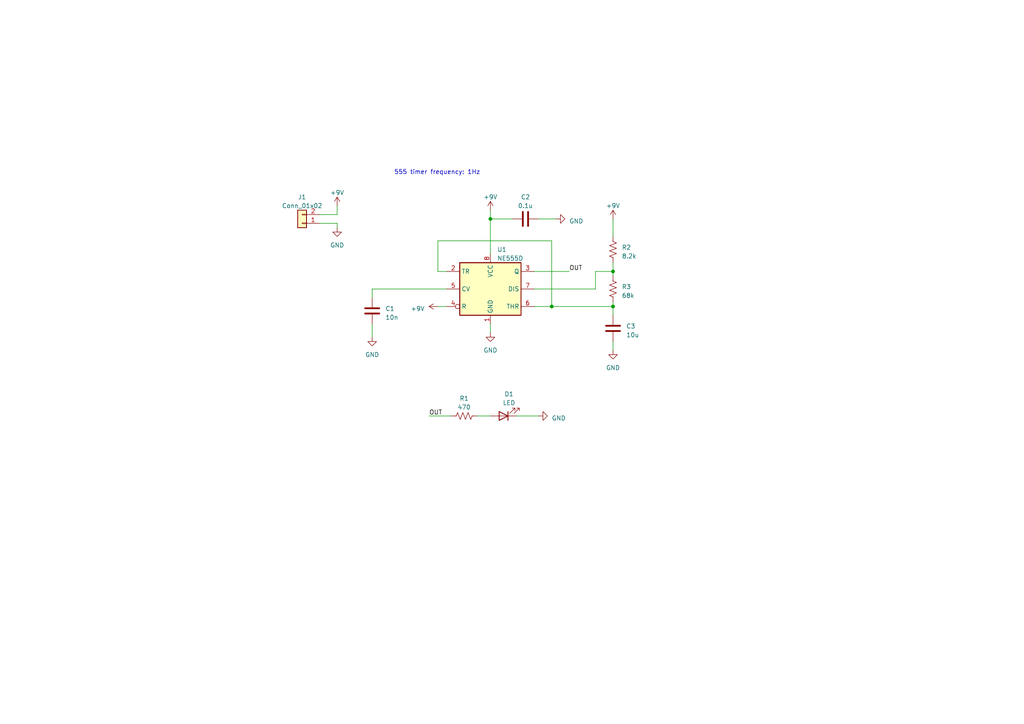
<source format=kicad_sch>
(kicad_sch (version 20230121) (generator eeschema)
  (paper "A4")
  (lib_symbols
    (symbol "Connector_Generic:Conn_01x02" (pin_names (offset 1.016) hide)
      (property "Reference" "J" (at 0 2.54 0))
      (property "Value" "Conn_01x02" (at 0 -5.08 0))
      (symbol "Conn_01x02_1_1"
        (rectangle (start -1.27 -2.413) (end 0 -2.667) (stroke (width 0.1524)))
        (rectangle (start -1.27 0.127) (end 0 -0.127) (stroke (width 0.1524)))
        (rectangle (start -1.27 1.27) (end 1.27 -3.81) (stroke (width 0.254)) (fill (type background)))
        (pin passive line (at -5.08 0 0) (length 3.81) (name "Pin_1") (number "1"))
        (pin passive line (at -5.08 -2.54 0) (length 3.81) (name "Pin_2") (number "2"))
      )
    )
    (symbol "Device:C" (pin_numbers hide) (pin_names (offset 0.254))
      (property "Reference" "C" (at 0.635 2.54 0))
      (property "Value" "C" (at 0.635 -2.54 0))
      (symbol "C_0_1"
        (polyline (pts (xy -2.032 -0.762) (xy 2.032 -0.762)) (stroke (width 0.508)))
        (polyline (pts (xy -2.032 0.762) (xy 2.032 0.762)) (stroke (width 0.508)))
      )
      (symbol "C_1_1"
        (pin passive line (at 0 3.81 270) (length 2.794) (name "~") (number "1"))
        (pin passive line (at 0 -3.81 90) (length 2.794) (name "~") (number "2"))
      )
    )
    (symbol "Device:LED" (pin_numbers hide) (pin_names (offset 1.016) hide)
      (property "Reference" "D" (at 0 2.54 0))
      (property "Value" "LED" (at 0 -2.54 0))
      (symbol "LED_0_1"
        (polyline (pts (xy -1.27 -1.27) (xy -1.27 1.27)) (stroke (width 0.254)))
        (polyline (pts (xy -1.27 0) (xy 1.27 0)))
        (polyline (pts (xy 1.27 -1.27) (xy 1.27 1.27) (xy -1.27 0) (xy 1.27 -1.27)) (stroke (width 0.254)))
        (polyline (pts (xy -3.048 -0.762) (xy -4.572 -2.286) (xy -3.81 -2.286) (xy -4.572 -2.286) (xy -4.572 -1.524)))
        (polyline (pts (xy -1.778 -0.762) (xy -3.302 -2.286) (xy -2.54 -2.286) (xy -3.302 -2.286) (xy -3.302 -1.524)))
      )
      (symbol "LED_1_1"
        (pin passive line (at -3.81 0 0) (length 2.54) (name "K") (number "1"))
        (pin passive line (at 3.81 0 180) (length 2.54) (name "A") (number "2"))
      )
    )
    (symbol "Device:R_US" (pin_numbers hide) (pin_names (offset 0))
      (property "Reference" "R" (at 2.54 0 90))
      (property "Value" "R_US" (at -2.54 0 90))
      (symbol "R_US_0_1"
        (polyline (pts (xy 0 -2.286) (xy 0 -2.54)))
        (polyline (pts (xy 0 2.286) (xy 0 2.54)))
        (polyline (pts (xy 0 -0.762) (xy 1.016 -1.143) (xy 0 -1.524) (xy -1.016 -1.905) (xy 0 -2.286)))
        (polyline (pts (xy 0 0.762) (xy 1.016 0.381) (xy 0 0) (xy -1.016 -0.381) (xy 0 -0.762)))
        (polyline (pts (xy 0 2.286) (xy 1.016 1.905) (xy 0 1.524) (xy -1.016 1.143) (xy 0 0.762)))
      )
      (symbol "R_US_1_1"
        (pin passive line (at 0 3.81 270) (length 1.27) (name "~") (number "1"))
        (pin passive line (at 0 -3.81 90) (length 1.27) (name "~") (number "2"))
      )
    )
    (symbol "PCM_4ms_Power-symbol:+9V" (power) (pin_names (offset 0))
      (property "Value" "+9V" (at 0 3.556 0))
      (symbol "+9V_0_1"
        (polyline (pts (xy -0.762 1.27) (xy 0 2.54)))
        (polyline (pts (xy 0 0) (xy 0 2.54)))
        (polyline (pts (xy 0 2.54) (xy 0.762 1.27)))
      )
      (symbol "+9V_1_1"
        (pin power_in line (at 0 0 90) (length 0) hide (name "+9V") (number "1"))
      )
    )
    (symbol "PCM_4ms_Power-symbol:GND" (power) (pin_names (offset 0))
      (property "Value" "GND" (at 0 -3.81 0))
      (symbol "GND_0_1"
        (polyline (pts (xy 0 0) (xy 0 -1.27) (xy 1.27 -1.27) (xy 0 -2.54) (xy -1.27 -1.27) (xy 0 -1.27)))
      )
      (symbol "GND_1_1"
        (pin power_in line (at 0 0 270) (length 0) hide (name "GND") (number "1"))
      )
    )
    (symbol "Timer:NE555D"
      (property "Reference" "U" (at -10.16 8.89 0))
      (property "Value" "NE555D" (at 2.54 8.89 0))
      (symbol "NE555D_0_0"
        (pin power_in line (at 0 -10.16 90) (length 2.54) (name "GND") (number "1"))
        (pin power_in line (at 0 10.16 270) (length 2.54) (name "VCC") (number "8"))
      )
      (symbol "NE555D_0_1"
        (rectangle (start -8.89 -7.62) (end 8.89 7.62) (stroke (width 0.254)) (fill (type background)))
        (rectangle (start -8.89 -7.62) (end 8.89 7.62) (stroke (width 0.254)) (fill (type background)))
      )
      (symbol "NE555D_1_1"
        (pin input line (at -12.7 5.08 0) (length 3.81) (name "TR") (number "2"))
        (pin output line (at 12.7 5.08 180) (length 3.81) (name "Q") (number "3"))
        (pin input inverted (at -12.7 -5.08 0) (length 3.81) (name "R") (number "4"))
        (pin input line (at -12.7 0 0) (length 3.81) (name "CV") (number "5"))
        (pin input line (at 12.7 -5.08 180) (length 3.81) (name "THR") (number "6"))
        (pin input line (at 12.7 0 180) (length 3.81) (name "DIS") (number "7"))
      )
    )
  )
  (junction (at 142.24 63.5))
  (junction (at 177.8 78.74))
  (junction (at 177.8 88.9))
  (junction (at 160.02 88.9))
  (wire (pts (xy 142.24 63.5) (xy 148.59 63.5)))
  (wire (pts (xy 177.8 78.74) (xy 177.8 80.01)))
  (wire (pts (xy 142.24 93.98) (xy 142.24 96.52)))
  (wire (pts (xy 127 69.85) (xy 127 78.74)))
  (wire (pts (xy 177.8 99.06) (xy 177.8 101.6)))
  (wire (pts (xy 149.86 120.65) (xy 156.21 120.65)))
  (wire (pts (xy 124.46 120.65) (xy 130.81 120.65)))
  (wire (pts (xy 172.72 83.82) (xy 172.72 78.74)))
  (wire (pts (xy 92.71 64.77) (xy 97.79 64.77)))
  (wire (pts (xy 92.71 62.23) (xy 97.79 62.23)))
  (wire (pts (xy 142.24 63.5) (xy 142.24 73.66)))
  (wire (pts (xy 160.02 69.85) (xy 127 69.85)))
  (wire (pts (xy 127 88.9) (xy 129.54 88.9)))
  (wire (pts (xy 97.79 64.77) (xy 97.79 66.04)))
  (wire (pts (xy 138.43 120.65) (xy 142.24 120.65)))
  (wire (pts (xy 154.94 83.82) (xy 172.72 83.82)))
  (wire (pts (xy 177.8 63.5) (xy 177.8 68.58)))
  (wire (pts (xy 160.02 88.9) (xy 160.02 69.85)))
  (wire (pts (xy 177.8 88.9) (xy 177.8 91.44)))
  (wire (pts (xy 107.95 83.82) (xy 107.95 86.36)))
  (wire (pts (xy 160.02 88.9) (xy 177.8 88.9)))
  (wire (pts (xy 97.79 62.23) (xy 97.79 59.69)))
  (wire (pts (xy 127 78.74) (xy 129.54 78.74)))
  (wire (pts (xy 177.8 87.63) (xy 177.8 88.9)))
  (wire (pts (xy 129.54 83.82) (xy 107.95 83.82)))
  (wire (pts (xy 154.94 88.9) (xy 160.02 88.9)))
  (wire (pts (xy 154.94 78.74) (xy 165.1 78.74)))
  (wire (pts (xy 177.8 76.2) (xy 177.8 78.74)))
  (wire (pts (xy 142.24 60.96) (xy 142.24 63.5)))
  (wire (pts (xy 172.72 78.74) (xy 177.8 78.74)))
  (wire (pts (xy 156.21 63.5) (xy 161.29 63.5)))
  (wire (pts (xy 107.95 93.98) (xy 107.95 97.79)))
  (text "555 timer frequency: 1Hz" (at 114.3 50.8 0) (effects (font (size 1.27 1.27)) (justify left bottom)))
  (label "OUT" (at 165.1 78.74 0))
  (label "OUT" (at 124.46 120.65 0))
  (symbol (lib_id "Device:R_US") (at 177.8 83.82 0) (unit 1)
    (property "Reference" "R3" (at 180.34 83.185 0) (effects (justify left)))
    (property "Value" "68k" (at 180.34 85.725 0) (effects (justify left)))
    (property "Footprint" "Resistor_SMD:R_0805_2012Metric" (effects hide))
  )
  (symbol (lib_id "Device:C") (at 177.8 95.25 180) (unit 1)
    (property "Reference" "C3" (at 181.61 94.615 0) (effects (justify right)))
    (property "Value" "10u" (at 181.61 97.155 0) (effects (justify right)))
    (property "Footprint" "Capacitor_SMD:C_0805_2012Metric" (effects hide))
  )
  (symbol (lib_id "PCM_4ms_Power-symbol:GND") (at 107.95 97.79 0) (unit 1)
    (property "Reference" "#PWR01" (effects hide))
    (property "Value" "GND" (at 107.95 102.87 0))
  )
  (symbol (lib_id "PCM_4ms_Power-symbol:GND") (at 177.8 101.6 0) (unit 1)
    (property "Reference" "#PWR010" (effects hide))
    (property "Value" "GND" (at 177.8 106.68 0))
  )
  (symbol (lib_id "PCM_4ms_Power-symbol:GND") (at 156.21 120.65 90) (unit 1)
    (property "Reference" "#PWR05" (effects hide))
    (property "Value" "GND" (at 160.02 121.285 90) (effects (justify right)))
  )
  (symbol (lib_id "PCM_4ms_Power-symbol:+9V") (at 97.79 59.69 0) (unit 1)
    (property "Reference" "#PWR07" (effects hide))
    (property "Value" "+9V" (at 97.79 55.88 0))
  )
  (symbol (lib_id "Device:LED") (at 146.05 120.65 180) (unit 1)
    (property "Reference" "D1" (at 147.6375 114.3 0))
    (property "Value" "LED" (at 147.6375 116.84 0))
    (property "Footprint" "LED_THT:LED_D3.0mm" (effects hide))
  )
  (symbol (lib_id "Timer:NE555D") (at 142.24 83.82 0) (unit 1)
    (property "Reference" "U1" (at 144.1959 72.39 0) (effects (justify left)))
    (property "Value" "NE555D" (at 144.1959 74.93 0) (effects (justify left)))
    (property "Footprint" "Package_SO:SOIC-8_3.9x4.9mm_P1.27mm" (effects hide))
    (property "Datasheet" "http://www.ti.com/lit/ds/symlink/ne555.pdf" (effects hide))
  )
  (symbol (lib_id "PCM_4ms_Power-symbol:+9V") (at 177.8 63.5 0) (unit 1)
    (property "Reference" "#PWR09" (effects hide))
    (property "Value" "+9V" (at 177.8 59.69 0))
  )
  (symbol (lib_id "PCM_4ms_Power-symbol:GND") (at 161.29 63.5 90) (unit 1)
    (property "Reference" "#PWR06" (effects hide))
    (property "Value" "GND" (at 165.1 64.135 90) (effects (justify right)))
  )
  (symbol (lib_id "PCM_4ms_Power-symbol:+9V") (at 142.24 60.96 0) (unit 1)
    (property "Reference" "#PWR03" (effects hide))
    (property "Value" "+9V" (at 142.24 57.15 0))
  )
  (symbol (lib_id "Device:R_US") (at 134.62 120.65 90) (unit 1)
    (property "Reference" "R1" (at 134.62 115.57 90))
    (property "Value" "470" (at 134.62 118.11 90))
    (property "Footprint" "Resistor_SMD:R_0805_2012Metric" (effects hide))
  )
  (symbol (lib_id "Device:C") (at 152.4 63.5 90) (unit 1)
    (property "Reference" "C2" (at 152.4 57.15 90))
    (property "Value" "0.1u" (at 152.4 59.69 90))
    (property "Footprint" "Capacitor_SMD:C_0805_2012Metric" (effects hide))
  )
  (symbol (lib_id "Device:R_US") (at 177.8 72.39 0) (unit 1)
    (property "Reference" "R2" (at 180.34 71.755 0) (effects (justify left)))
    (property "Value" "8.2k" (at 180.34 74.295 0) (effects (justify left)))
    (property "Footprint" "Resistor_SMD:R_0805_2012Metric" (effects hide))
  )
  (symbol (lib_id "PCM_4ms_Power-symbol:GND") (at 97.79 66.04 0) (unit 1)
    (property "Reference" "#PWR08" (effects hide))
    (property "Value" "GND" (at 97.79 71.12 0))
  )
  (symbol (lib_id "PCM_4ms_Power-symbol:+9V") (at 127 88.9 90) (unit 1)
    (property "Reference" "#PWR02" (effects hide))
    (property "Value" "+9V" (at 123.19 89.535 90) (effects (justify left)))
  )
  (symbol (lib_id "Device:C") (at 107.95 90.17 180) (unit 1)
    (property "Reference" "C1" (at 111.76 89.535 0) (effects (justify right)))
    (property "Value" "10n" (at 111.76 92.075 0) (effects (justify right)))
    (property "Footprint" "Capacitor_SMD:C_0805_2012Metric" (effects hide))
  )
  (symbol (lib_id "PCM_4ms_Power-symbol:GND") (at 142.24 96.52 0) (unit 1)
    (property "Reference" "#PWR04" (effects hide))
    (property "Value" "GND" (at 142.24 101.6 0))
  )
  (symbol (lib_id "Connector_Generic:Conn_01x02") (at 87.63 64.77 180) (unit 1)
    (property "Reference" "J1" (at 87.63 57.15 0))
    (property "Value" "Conn_01x02" (at 87.63 59.69 0))
    (property "Footprint" "Connector_JST:JST_XH_B2B-XH-A_1x02_P2.50mm_Vertical" (effects hide))
  )
)
</source>
